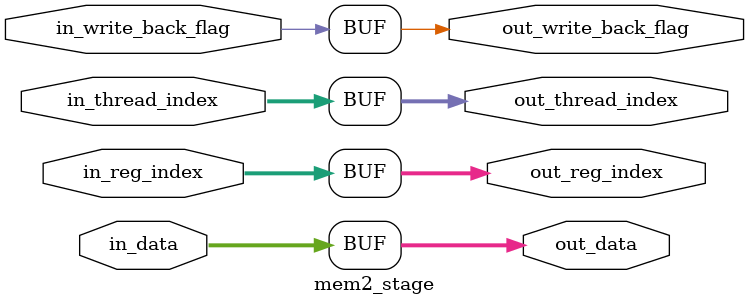
<source format=v>
`timescale 1ns/1ps

module mem2_stage
#
(
    parameter DATA_WIDTH = 64,
    parameter REG_INDEX_BITS = 5,
    parameter THREAD_INDEX_BITS = 3
)
(
    // Pipeline inputs
    input wire                          in_write_back_flag,
    input wire [REG_INDEX_BITS-1:0]     in_reg_index,
    input wire [THREAD_INDEX_BITS-1:0]  in_thread_index,
    input wire [DATA_WIDTH-1:0]         in_data,

    // Pipeline outputs
    output wire                         out_write_back_flag,
    output wire [REG_INDEX_BITS-1:0]    out_reg_index,
    output wire [THREAD_INDEX_BITS-1:0] out_thread_index,
    output wire [DATA_WIDTH-1:0]        out_data
);

    assign out_write_back_flag = in_write_back_flag;
    assign out_reg_index = in_reg_index;
    assign out_thread_index = in_thread_index;
    assign out_data = in_data;

endmodule

</source>
